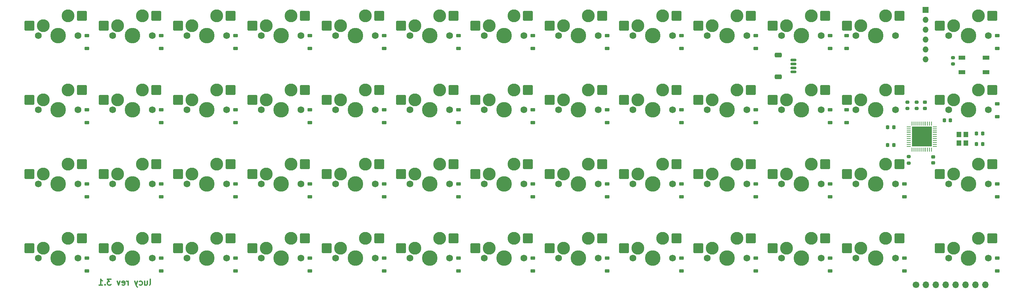
<source format=gbr>
%TF.GenerationSoftware,KiCad,Pcbnew,7.0.1-0*%
%TF.CreationDate,2023-05-19T13:37:57-05:00*%
%TF.ProjectId,pcb,7063622e-6b69-4636-9164-5f7063625858,rev?*%
%TF.SameCoordinates,Original*%
%TF.FileFunction,Soldermask,Bot*%
%TF.FilePolarity,Negative*%
%FSLAX46Y46*%
G04 Gerber Fmt 4.6, Leading zero omitted, Abs format (unit mm)*
G04 Created by KiCad (PCBNEW 7.0.1-0) date 2023-05-19 13:37:57*
%MOMM*%
%LPD*%
G01*
G04 APERTURE LIST*
G04 Aperture macros list*
%AMRoundRect*
0 Rectangle with rounded corners*
0 $1 Rounding radius*
0 $2 $3 $4 $5 $6 $7 $8 $9 X,Y pos of 4 corners*
0 Add a 4 corners polygon primitive as box body*
4,1,4,$2,$3,$4,$5,$6,$7,$8,$9,$2,$3,0*
0 Add four circle primitives for the rounded corners*
1,1,$1+$1,$2,$3*
1,1,$1+$1,$4,$5*
1,1,$1+$1,$6,$7*
1,1,$1+$1,$8,$9*
0 Add four rect primitives between the rounded corners*
20,1,$1+$1,$2,$3,$4,$5,0*
20,1,$1+$1,$4,$5,$6,$7,0*
20,1,$1+$1,$6,$7,$8,$9,0*
20,1,$1+$1,$8,$9,$2,$3,0*%
G04 Aperture macros list end*
%ADD10C,0.300000*%
%ADD11RoundRect,0.062500X-0.062500X0.475000X-0.062500X-0.475000X0.062500X-0.475000X0.062500X0.475000X0*%
%ADD12RoundRect,0.062500X-0.475000X0.062500X-0.475000X-0.062500X0.475000X-0.062500X0.475000X0.062500X0*%
%ADD13R,5.200000X5.200000*%
%ADD14C,1.750000*%
%ADD15C,3.987800*%
%ADD16C,3.300000*%
%ADD17RoundRect,0.250000X1.025000X1.000000X-1.025000X1.000000X-1.025000X-1.000000X1.025000X-1.000000X0*%
%ADD18RoundRect,0.200000X0.275000X-0.200000X0.275000X0.200000X-0.275000X0.200000X-0.275000X-0.200000X0*%
%ADD19RoundRect,0.200000X-0.275000X0.200000X-0.275000X-0.200000X0.275000X-0.200000X0.275000X0.200000X0*%
%ADD20RoundRect,0.225000X-0.225000X-0.250000X0.225000X-0.250000X0.225000X0.250000X-0.225000X0.250000X0*%
%ADD21RoundRect,0.225000X0.250000X-0.225000X0.250000X0.225000X-0.250000X0.225000X-0.250000X-0.225000X0*%
%ADD22RoundRect,0.225000X-0.250000X0.225000X-0.250000X-0.225000X0.250000X-0.225000X0.250000X0.225000X0*%
%ADD23RoundRect,0.225000X0.225000X0.250000X-0.225000X0.250000X-0.225000X-0.250000X0.225000X-0.250000X0*%
%ADD24RoundRect,0.225000X0.375000X-0.225000X0.375000X0.225000X-0.375000X0.225000X-0.375000X-0.225000X0*%
%ADD25R,1.200000X1.400000*%
%ADD26RoundRect,0.150000X0.625000X-0.150000X0.625000X0.150000X-0.625000X0.150000X-0.625000X-0.150000X0*%
%ADD27RoundRect,0.250000X0.650000X-0.350000X0.650000X0.350000X-0.650000X0.350000X-0.650000X-0.350000X0*%
%ADD28C,1.700000*%
%ADD29O,1.700000X1.700000*%
%ADD30O,1.524000X1.524000*%
%ADD31R,1.524000X1.524000*%
%ADD32R,1.800000X1.100000*%
G04 APERTURE END LIST*
D10*
X60352679Y-93843928D02*
X60495536Y-93772500D01*
X60495536Y-93772500D02*
X60566965Y-93629642D01*
X60566965Y-93629642D02*
X60566965Y-92343928D01*
X59138394Y-92843928D02*
X59138394Y-93843928D01*
X59781251Y-92843928D02*
X59781251Y-93629642D01*
X59781251Y-93629642D02*
X59709822Y-93772500D01*
X59709822Y-93772500D02*
X59566965Y-93843928D01*
X59566965Y-93843928D02*
X59352679Y-93843928D01*
X59352679Y-93843928D02*
X59209822Y-93772500D01*
X59209822Y-93772500D02*
X59138394Y-93701071D01*
X57781251Y-93772500D02*
X57924108Y-93843928D01*
X57924108Y-93843928D02*
X58209822Y-93843928D01*
X58209822Y-93843928D02*
X58352679Y-93772500D01*
X58352679Y-93772500D02*
X58424108Y-93701071D01*
X58424108Y-93701071D02*
X58495536Y-93558214D01*
X58495536Y-93558214D02*
X58495536Y-93129642D01*
X58495536Y-93129642D02*
X58424108Y-92986785D01*
X58424108Y-92986785D02*
X58352679Y-92915357D01*
X58352679Y-92915357D02*
X58209822Y-92843928D01*
X58209822Y-92843928D02*
X57924108Y-92843928D01*
X57924108Y-92843928D02*
X57781251Y-92915357D01*
X57281251Y-92843928D02*
X56924108Y-93843928D01*
X56566965Y-92843928D02*
X56924108Y-93843928D01*
X56924108Y-93843928D02*
X57066965Y-94201071D01*
X57066965Y-94201071D02*
X57138394Y-94272500D01*
X57138394Y-94272500D02*
X57281251Y-94343928D01*
X54852680Y-93843928D02*
X54852680Y-92843928D01*
X54852680Y-93129642D02*
X54781251Y-92986785D01*
X54781251Y-92986785D02*
X54709823Y-92915357D01*
X54709823Y-92915357D02*
X54566965Y-92843928D01*
X54566965Y-92843928D02*
X54424108Y-92843928D01*
X53352680Y-93772500D02*
X53495537Y-93843928D01*
X53495537Y-93843928D02*
X53781252Y-93843928D01*
X53781252Y-93843928D02*
X53924109Y-93772500D01*
X53924109Y-93772500D02*
X53995537Y-93629642D01*
X53995537Y-93629642D02*
X53995537Y-93058214D01*
X53995537Y-93058214D02*
X53924109Y-92915357D01*
X53924109Y-92915357D02*
X53781252Y-92843928D01*
X53781252Y-92843928D02*
X53495537Y-92843928D01*
X53495537Y-92843928D02*
X53352680Y-92915357D01*
X53352680Y-92915357D02*
X53281252Y-93058214D01*
X53281252Y-93058214D02*
X53281252Y-93201071D01*
X53281252Y-93201071D02*
X53995537Y-93343928D01*
X52781252Y-92843928D02*
X52424109Y-93843928D01*
X52424109Y-93843928D02*
X52066966Y-92843928D01*
X50495538Y-92343928D02*
X49566966Y-92343928D01*
X49566966Y-92343928D02*
X50066966Y-92915357D01*
X50066966Y-92915357D02*
X49852681Y-92915357D01*
X49852681Y-92915357D02*
X49709824Y-92986785D01*
X49709824Y-92986785D02*
X49638395Y-93058214D01*
X49638395Y-93058214D02*
X49566966Y-93201071D01*
X49566966Y-93201071D02*
X49566966Y-93558214D01*
X49566966Y-93558214D02*
X49638395Y-93701071D01*
X49638395Y-93701071D02*
X49709824Y-93772500D01*
X49709824Y-93772500D02*
X49852681Y-93843928D01*
X49852681Y-93843928D02*
X50281252Y-93843928D01*
X50281252Y-93843928D02*
X50424109Y-93772500D01*
X50424109Y-93772500D02*
X50495538Y-93701071D01*
X48924110Y-93701071D02*
X48852681Y-93772500D01*
X48852681Y-93772500D02*
X48924110Y-93843928D01*
X48924110Y-93843928D02*
X48995538Y-93772500D01*
X48995538Y-93772500D02*
X48924110Y-93701071D01*
X48924110Y-93701071D02*
X48924110Y-93843928D01*
X47424109Y-93843928D02*
X48281252Y-93843928D01*
X47852681Y-93843928D02*
X47852681Y-92343928D01*
X47852681Y-92343928D02*
X47995538Y-92558214D01*
X47995538Y-92558214D02*
X48138395Y-92701071D01*
X48138395Y-92701071D02*
X48281252Y-92772500D01*
D11*
%TO.C,U1*%
X255800000Y-52362500D03*
X256300000Y-52362500D03*
X256800000Y-52362500D03*
X257300000Y-52362500D03*
X257800000Y-52362500D03*
X258300000Y-52362500D03*
X258800000Y-52362500D03*
X259300000Y-52362500D03*
X259800000Y-52362500D03*
X260300000Y-52362500D03*
X260800000Y-52362500D03*
D12*
X261637500Y-53200000D03*
X261637500Y-53700000D03*
X261637500Y-54200000D03*
X261637500Y-54700000D03*
X261637500Y-55200000D03*
X261637500Y-55700000D03*
X261637500Y-56200000D03*
X261637500Y-56700000D03*
X261637500Y-57200000D03*
X261637500Y-57700000D03*
X261637500Y-58200000D03*
D11*
X260800000Y-59037500D03*
X260300000Y-59037500D03*
X259800000Y-59037500D03*
X259300000Y-59037500D03*
X258800000Y-59037500D03*
X258300000Y-59037500D03*
X257800000Y-59037500D03*
X257300000Y-59037500D03*
X256800000Y-59037500D03*
X256300000Y-59037500D03*
X255800000Y-59037500D03*
D12*
X254962500Y-58200000D03*
X254962500Y-57700000D03*
X254962500Y-57200000D03*
X254962500Y-56700000D03*
X254962500Y-56200000D03*
X254962500Y-55700000D03*
X254962500Y-55200000D03*
X254962500Y-54700000D03*
X254962500Y-54200000D03*
X254962500Y-53700000D03*
X254962500Y-53200000D03*
D13*
X258300000Y-55700000D03*
%TD*%
D14*
%TO.C,MX38*%
X251539582Y-67865682D03*
D15*
X246459582Y-67865682D03*
D14*
X241379582Y-67865682D03*
D16*
X242649582Y-65325682D03*
D17*
X239099582Y-65325682D03*
X252549582Y-62785682D03*
D16*
X248999582Y-62785682D03*
%TD*%
D14*
%TO.C,MX25*%
X251539582Y-48815666D03*
D15*
X246459582Y-48815666D03*
D14*
X241379582Y-48815666D03*
D16*
X242649582Y-46275666D03*
D17*
X239099582Y-46275666D03*
X252549582Y-43735666D03*
D16*
X248999582Y-43735666D03*
%TD*%
D18*
%TO.C,RSW1*%
X266250000Y-37075000D03*
X266250000Y-35425000D03*
%TD*%
D19*
%TO.C,R3*%
X257010000Y-46850000D03*
X257010000Y-48500000D03*
%TD*%
D18*
%TO.C,R2*%
X254600000Y-48500000D03*
X254600000Y-46850000D03*
%TD*%
%TO.C,R1*%
X254950000Y-60850000D03*
X254950000Y-62500000D03*
%TD*%
D20*
%TO.C,CX2*%
X272325000Y-57625000D03*
X273875000Y-57625000D03*
%TD*%
%TO.C,CX1*%
X272325000Y-54925000D03*
X273875000Y-54925000D03*
%TD*%
D21*
%TO.C,C5*%
X259125000Y-48450000D03*
X259125000Y-46900000D03*
%TD*%
D20*
%TO.C,C4*%
X264075000Y-51525000D03*
X265625000Y-51525000D03*
%TD*%
D22*
%TO.C,C3*%
X261200000Y-60900000D03*
X261200000Y-62450000D03*
%TD*%
D23*
%TO.C,C2*%
X249550000Y-57900000D03*
X251100000Y-57900000D03*
%TD*%
%TO.C,C1*%
X251100000Y-53325000D03*
X249550000Y-53325000D03*
%TD*%
D24*
%TO.C,D7*%
X158606252Y-33075000D03*
X158606252Y-29775000D03*
%TD*%
%TO.C,D8*%
X177656252Y-33075000D03*
X177656252Y-29775000D03*
%TD*%
%TO.C,D14*%
X44306252Y-52125000D03*
X44306252Y-48825000D03*
%TD*%
D14*
%TO.C,MX42*%
X80089438Y-86915698D03*
D15*
X75009438Y-86915698D03*
D14*
X69929438Y-86915698D03*
D16*
X71199438Y-84375698D03*
D17*
X67649438Y-84375698D03*
X81099438Y-81835698D03*
D16*
X77549438Y-81835698D03*
%TD*%
D24*
%TO.C,D35*%
X196706252Y-71200000D03*
X196706252Y-67900000D03*
%TD*%
%TO.C,D11*%
X234806252Y-33075000D03*
X234806252Y-29775000D03*
%TD*%
D14*
%TO.C,MX9*%
X194389534Y-29765650D03*
D15*
X189309534Y-29765650D03*
D14*
X184229534Y-29765650D03*
D16*
X185499534Y-27225650D03*
D17*
X181949534Y-27225650D03*
X195399534Y-24685650D03*
D16*
X191849534Y-24685650D03*
%TD*%
D14*
%TO.C,MX3*%
X80089438Y-29765650D03*
D15*
X75009438Y-29765650D03*
D14*
X69929438Y-29765650D03*
D16*
X71199438Y-27225650D03*
D17*
X67649438Y-27225650D03*
X81099438Y-24685650D03*
D16*
X77549438Y-24685650D03*
%TD*%
D24*
%TO.C,D39*%
X277668748Y-71200000D03*
X277668748Y-67900000D03*
%TD*%
D14*
%TO.C,MX41*%
X61039422Y-86915698D03*
D15*
X55959422Y-86915698D03*
D14*
X50879422Y-86915698D03*
D16*
X52149422Y-84375698D03*
D17*
X48599422Y-84375698D03*
X62049422Y-81835698D03*
D16*
X58499422Y-81835698D03*
%TD*%
D14*
%TO.C,MX22*%
X194389534Y-48815666D03*
D15*
X189309534Y-48815666D03*
D14*
X184229534Y-48815666D03*
D16*
X185499534Y-46275666D03*
D17*
X181949534Y-46275666D03*
X195399534Y-43735666D03*
D16*
X191849534Y-43735666D03*
%TD*%
D14*
%TO.C,MX49*%
X213439550Y-86915698D03*
D15*
X208359550Y-86915698D03*
D14*
X203279550Y-86915698D03*
D16*
X204549550Y-84375698D03*
D17*
X200999550Y-84375698D03*
X214449550Y-81835698D03*
D16*
X210899550Y-81835698D03*
%TD*%
D24*
%TO.C,D46*%
X158606252Y-90200000D03*
X158606252Y-86900000D03*
%TD*%
%TO.C,D40*%
X44306252Y-90200000D03*
X44306252Y-86900000D03*
%TD*%
D14*
%TO.C,MX10*%
X213439550Y-29765650D03*
D15*
X208359550Y-29765650D03*
D14*
X203279550Y-29765650D03*
D16*
X204549550Y-27225650D03*
D17*
X200999550Y-27225650D03*
X214449550Y-24685650D03*
D16*
X210899550Y-24685650D03*
%TD*%
D24*
%TO.C,D4*%
X101456252Y-33075000D03*
X101456252Y-29775000D03*
%TD*%
D25*
%TO.C,Y1*%
X269550000Y-55200000D03*
X269550000Y-57400000D03*
X267850000Y-57400000D03*
X267850000Y-55200000D03*
%TD*%
D14*
%TO.C,MX19*%
X137239486Y-48815666D03*
D15*
X132159486Y-48815666D03*
D14*
X127079486Y-48815666D03*
D16*
X128349486Y-46275666D03*
D17*
X124799486Y-46275666D03*
X138249486Y-43735666D03*
D16*
X134699486Y-43735666D03*
%TD*%
D24*
%TO.C,D29*%
X82406252Y-71200000D03*
X82406252Y-67900000D03*
%TD*%
D14*
%TO.C,MX21*%
X175339518Y-48815666D03*
D15*
X170259518Y-48815666D03*
D14*
X165179518Y-48815666D03*
D16*
X166449518Y-46275666D03*
D17*
X162899518Y-46275666D03*
X176349518Y-43735666D03*
D16*
X172799518Y-43735666D03*
%TD*%
D24*
%TO.C,D24*%
X234806252Y-52125000D03*
X234806252Y-48825000D03*
%TD*%
%TO.C,D31*%
X120506252Y-71200000D03*
X120506252Y-67900000D03*
%TD*%
%TO.C,D45*%
X139556252Y-90200000D03*
X139556252Y-86900000D03*
%TD*%
%TO.C,D16*%
X82406252Y-52125000D03*
X82406252Y-48825000D03*
%TD*%
%TO.C,D41*%
X63356252Y-90200000D03*
X63356252Y-86900000D03*
%TD*%
D14*
%TO.C,MX16*%
X80089438Y-48815666D03*
D15*
X75009438Y-48815666D03*
D14*
X69929438Y-48815666D03*
D16*
X71199438Y-46275666D03*
D17*
X67649438Y-46275666D03*
X81099438Y-43735666D03*
D16*
X77549438Y-43735666D03*
%TD*%
D24*
%TO.C,D13*%
X277668748Y-33075000D03*
X277668748Y-29775000D03*
%TD*%
D14*
%TO.C,MX32*%
X137239486Y-67865682D03*
D15*
X132159486Y-67865682D03*
D14*
X127079486Y-67865682D03*
D16*
X128349486Y-65325682D03*
D17*
X124799486Y-65325682D03*
X138249486Y-62785682D03*
D16*
X134699486Y-62785682D03*
%TD*%
D24*
%TO.C,D49*%
X215756252Y-90200000D03*
X215756252Y-86900000D03*
%TD*%
D14*
%TO.C,MX8*%
X175339518Y-29765650D03*
D15*
X170259518Y-29765650D03*
D14*
X165179518Y-29765650D03*
D16*
X166449518Y-27225650D03*
D17*
X162899518Y-27225650D03*
X176349518Y-24685650D03*
D16*
X172799518Y-24685650D03*
%TD*%
D24*
%TO.C,D51*%
X253856252Y-90200000D03*
X253856252Y-86900000D03*
%TD*%
%TO.C,D50*%
X234806252Y-90200000D03*
X234806252Y-86900000D03*
%TD*%
%TO.C,D52*%
X277668748Y-90200000D03*
X277668748Y-86900000D03*
%TD*%
D14*
%TO.C,MX33*%
X156289502Y-67865682D03*
D15*
X151209502Y-67865682D03*
D14*
X146129502Y-67865682D03*
D16*
X147399502Y-65325682D03*
D17*
X143849502Y-65325682D03*
X157299502Y-62785682D03*
D16*
X153749502Y-62785682D03*
%TD*%
D24*
%TO.C,D37*%
X234806252Y-71200000D03*
X234806252Y-67900000D03*
%TD*%
%TO.C,D3*%
X82406252Y-33075000D03*
X82406252Y-29775000D03*
%TD*%
D14*
%TO.C,MX37*%
X232489566Y-67865682D03*
D15*
X227409566Y-67865682D03*
D14*
X222329566Y-67865682D03*
D16*
X223599566Y-65325682D03*
D17*
X220049566Y-65325682D03*
X233499566Y-62785682D03*
D16*
X229949566Y-62785682D03*
%TD*%
D24*
%TO.C,D18*%
X120506252Y-52125000D03*
X120506252Y-48825000D03*
%TD*%
%TO.C,D28*%
X63356252Y-71200000D03*
X63356252Y-67900000D03*
%TD*%
D14*
%TO.C,MX34*%
X175339518Y-67865682D03*
D15*
X170259518Y-67865682D03*
D14*
X165179518Y-67865682D03*
D16*
X166449518Y-65325682D03*
D17*
X162899518Y-65325682D03*
X176349518Y-62785682D03*
D16*
X172799518Y-62785682D03*
%TD*%
D14*
%TO.C,MX28*%
X61039422Y-67865682D03*
D15*
X55959422Y-67865682D03*
D14*
X50879422Y-67865682D03*
D16*
X52149422Y-65325682D03*
D17*
X48599422Y-65325682D03*
X62049422Y-62785682D03*
D16*
X58499422Y-62785682D03*
%TD*%
D14*
%TO.C,MX47*%
X175339518Y-86915698D03*
D15*
X170259518Y-86915698D03*
D14*
X165179518Y-86915698D03*
D16*
X166449518Y-84375698D03*
D17*
X162899518Y-84375698D03*
X176349518Y-81835698D03*
D16*
X172799518Y-81835698D03*
%TD*%
D24*
%TO.C,D32*%
X139556252Y-71200000D03*
X139556252Y-67900000D03*
%TD*%
D14*
%TO.C,MX45*%
X137239486Y-86915698D03*
D15*
X132159486Y-86915698D03*
D14*
X127079486Y-86915698D03*
D16*
X128349486Y-84375698D03*
D17*
X124799486Y-84375698D03*
X138249486Y-81835698D03*
D16*
X134699486Y-81835698D03*
%TD*%
D24*
%TO.C,D5*%
X120506252Y-33075000D03*
X120506252Y-29775000D03*
%TD*%
D14*
%TO.C,MX4*%
X99139454Y-29765650D03*
D15*
X94059454Y-29765650D03*
D14*
X88979454Y-29765650D03*
D16*
X90249454Y-27225650D03*
D17*
X86699454Y-27225650D03*
X100149454Y-24685650D03*
D16*
X96599454Y-24685650D03*
%TD*%
D24*
%TO.C,D27*%
X44306252Y-71200000D03*
X44306252Y-67900000D03*
%TD*%
D14*
%TO.C,MX29*%
X80089438Y-67865682D03*
D15*
X75009438Y-67865682D03*
D14*
X69929438Y-67865682D03*
D16*
X71199438Y-65325682D03*
D17*
X67649438Y-65325682D03*
X81099438Y-62785682D03*
D16*
X77549438Y-62785682D03*
%TD*%
D14*
%TO.C,MX7*%
X156289502Y-29765650D03*
D15*
X151209502Y-29765650D03*
D14*
X146129502Y-29765650D03*
D16*
X147399502Y-27225650D03*
D17*
X143849502Y-27225650D03*
X157299502Y-24685650D03*
D16*
X153749502Y-24685650D03*
%TD*%
D24*
%TO.C,D48*%
X196706252Y-90200000D03*
X196706252Y-86900000D03*
%TD*%
%TO.C,D34*%
X177656252Y-71200000D03*
X177656252Y-67900000D03*
%TD*%
D14*
%TO.C,MX18*%
X118189470Y-48815666D03*
D15*
X113109470Y-48815666D03*
D14*
X108029470Y-48815666D03*
D16*
X109299470Y-46275666D03*
D17*
X105749470Y-46275666D03*
X119199470Y-43735666D03*
D16*
X115649470Y-43735666D03*
%TD*%
D24*
%TO.C,D20*%
X158606252Y-52125000D03*
X158606252Y-48825000D03*
%TD*%
D14*
%TO.C,MX39*%
X275352102Y-67865682D03*
D15*
X270272102Y-67865682D03*
D14*
X265192102Y-67865682D03*
D16*
X266462102Y-65325682D03*
D17*
X262912102Y-65325682D03*
X276362102Y-62785682D03*
D16*
X272812102Y-62785682D03*
%TD*%
D26*
%TO.C,J3*%
X225381252Y-39050000D03*
X225381252Y-38050000D03*
X225381252Y-37050000D03*
X225381252Y-36050000D03*
D27*
X221506252Y-40350000D03*
X221506252Y-34750000D03*
%TD*%
D14*
%TO.C,MX24*%
X232489566Y-48815666D03*
D15*
X227409566Y-48815666D03*
D14*
X222329566Y-48815666D03*
D16*
X223599566Y-46275666D03*
D17*
X220049566Y-46275666D03*
X233499566Y-43735666D03*
D16*
X229949566Y-43735666D03*
%TD*%
D24*
%TO.C,D19*%
X139556252Y-52125000D03*
X139556252Y-48825000D03*
%TD*%
D14*
%TO.C,MX43*%
X99139454Y-86915698D03*
D15*
X94059454Y-86915698D03*
D14*
X88979454Y-86915698D03*
D16*
X90249454Y-84375698D03*
D17*
X86699454Y-84375698D03*
X100149454Y-81835698D03*
D16*
X96599454Y-81835698D03*
%TD*%
D14*
%TO.C,MX13*%
X275352102Y-29765650D03*
D15*
X270272102Y-29765650D03*
D14*
X265192102Y-29765650D03*
D16*
X266462102Y-27225650D03*
D17*
X262912102Y-27225650D03*
X276362102Y-24685650D03*
D16*
X272812102Y-24685650D03*
%TD*%
D14*
%TO.C,MX6*%
X137239486Y-29765650D03*
D15*
X132159486Y-29765650D03*
D14*
X127079486Y-29765650D03*
D16*
X128349486Y-27225650D03*
D17*
X124799486Y-27225650D03*
X138249486Y-24685650D03*
D16*
X134699486Y-24685650D03*
%TD*%
D14*
%TO.C,MX36*%
X213439550Y-67865682D03*
D15*
X208359550Y-67865682D03*
D14*
X203279550Y-67865682D03*
D16*
X204549550Y-65325682D03*
D17*
X200999550Y-65325682D03*
X214449550Y-62785682D03*
D16*
X210899550Y-62785682D03*
%TD*%
D28*
%TO.C,J5*%
X256825000Y-93750000D03*
D29*
X259365000Y-93750000D03*
X261905000Y-93750000D03*
X264445000Y-93750000D03*
X266985000Y-93750000D03*
X269525000Y-93750000D03*
X272065000Y-93750000D03*
X274605000Y-93750000D03*
%TD*%
D24*
%TO.C,D6*%
X139556252Y-33075000D03*
X139556252Y-29775000D03*
%TD*%
D14*
%TO.C,MX30*%
X99139454Y-67865682D03*
D15*
X94059454Y-67865682D03*
D14*
X88979454Y-67865682D03*
D16*
X90249454Y-65325682D03*
D17*
X86699454Y-65325682D03*
X100149454Y-62785682D03*
D16*
X96599454Y-62785682D03*
%TD*%
D24*
%TO.C,D12*%
X239050000Y-33075000D03*
X239050000Y-29775000D03*
%TD*%
%TO.C,D30*%
X101456252Y-71200000D03*
X101456252Y-67900000D03*
%TD*%
%TO.C,D2*%
X63351252Y-33075000D03*
X63351252Y-29775000D03*
%TD*%
D14*
%TO.C,MX35*%
X194389534Y-67865682D03*
D15*
X189309534Y-67865682D03*
D14*
X184229534Y-67865682D03*
D16*
X185499534Y-65325682D03*
D17*
X181949534Y-65325682D03*
X195399534Y-62785682D03*
D16*
X191849534Y-62785682D03*
%TD*%
D14*
%TO.C,MX15*%
X61039422Y-48815666D03*
D15*
X55959422Y-48815666D03*
D14*
X50879422Y-48815666D03*
D16*
X52149422Y-46275666D03*
D17*
X48599422Y-46275666D03*
X62049422Y-43735666D03*
D16*
X58499422Y-43735666D03*
%TD*%
D14*
%TO.C,MX48*%
X194389534Y-86915698D03*
D15*
X189309534Y-86915698D03*
D14*
X184229534Y-86915698D03*
D16*
X185499534Y-84375698D03*
D17*
X181949534Y-84375698D03*
X195399534Y-81835698D03*
D16*
X191849534Y-81835698D03*
%TD*%
D24*
%TO.C,D33*%
X158606252Y-71200000D03*
X158606252Y-67900000D03*
%TD*%
D14*
%TO.C,MX31*%
X118189470Y-67865682D03*
D15*
X113109470Y-67865682D03*
D14*
X108029470Y-67865682D03*
D16*
X109299470Y-65325682D03*
D17*
X105749470Y-65325682D03*
X119199470Y-62785682D03*
D16*
X115649470Y-62785682D03*
%TD*%
D24*
%TO.C,D22*%
X196706252Y-52125000D03*
X196706252Y-48825000D03*
%TD*%
D14*
%TO.C,MX17*%
X99139454Y-48815666D03*
D15*
X94059454Y-48815666D03*
D14*
X88979454Y-48815666D03*
D16*
X90249454Y-46275666D03*
D17*
X86699454Y-46275666D03*
X100149454Y-43735666D03*
D16*
X96599454Y-43735666D03*
%TD*%
D24*
%TO.C,D36*%
X215756252Y-71200000D03*
X215756252Y-67900000D03*
%TD*%
D14*
%TO.C,MX51*%
X251539582Y-86915698D03*
D15*
X246459582Y-86915698D03*
D14*
X241379582Y-86915698D03*
D16*
X242649582Y-84375698D03*
D17*
X239099582Y-84375698D03*
X252549582Y-81835698D03*
D16*
X248999582Y-81835698D03*
%TD*%
D14*
%TO.C,MX44*%
X118189470Y-86915698D03*
D15*
X113109470Y-86915698D03*
D14*
X108029470Y-86915698D03*
D16*
X109299470Y-84375698D03*
D17*
X105749470Y-84375698D03*
X119199470Y-81835698D03*
D16*
X115649470Y-81835698D03*
%TD*%
D14*
%TO.C,MX27*%
X41989406Y-67865682D03*
D15*
X36909406Y-67865682D03*
D14*
X31829406Y-67865682D03*
D16*
X33099406Y-65325682D03*
D17*
X29549406Y-65325682D03*
X42999406Y-62785682D03*
D16*
X39449406Y-62785682D03*
%TD*%
D14*
%TO.C,MX40*%
X41989406Y-86915698D03*
D15*
X36909406Y-86915698D03*
D14*
X31829406Y-86915698D03*
D16*
X33099406Y-84375698D03*
D17*
X29549406Y-84375698D03*
X42999406Y-81835698D03*
D16*
X39449406Y-81835698D03*
%TD*%
D14*
%TO.C,MX12*%
X251539582Y-29765650D03*
D15*
X246459582Y-29765650D03*
D14*
X241379582Y-29765650D03*
D16*
X242649582Y-27225650D03*
D17*
X239099582Y-27225650D03*
X252549582Y-24685650D03*
D16*
X248999582Y-24685650D03*
%TD*%
D24*
%TO.C,D43*%
X101456252Y-90200000D03*
X101456252Y-86900000D03*
%TD*%
%TO.C,D47*%
X177656252Y-90200000D03*
X177656252Y-86900000D03*
%TD*%
D14*
%TO.C,MX11*%
X232489566Y-29765650D03*
D15*
X227409566Y-29765650D03*
D14*
X222329566Y-29765650D03*
D16*
X223599566Y-27225650D03*
D17*
X220049566Y-27225650D03*
X233499566Y-24685650D03*
D16*
X229949566Y-24685650D03*
%TD*%
D24*
%TO.C,D9*%
X196706252Y-33075000D03*
X196706252Y-29775000D03*
%TD*%
D14*
%TO.C,MX23*%
X213439550Y-48815666D03*
D15*
X208359550Y-48815666D03*
D14*
X203279550Y-48815666D03*
D16*
X204549550Y-46275666D03*
D17*
X200999550Y-46275666D03*
X214449550Y-43735666D03*
D16*
X210899550Y-43735666D03*
%TD*%
D14*
%TO.C,MX52*%
X275352102Y-86915698D03*
D15*
X270272102Y-86915698D03*
D14*
X265192102Y-86915698D03*
D16*
X266462102Y-84375698D03*
D17*
X262912102Y-84375698D03*
X276362102Y-81835698D03*
D16*
X272812102Y-81835698D03*
%TD*%
D24*
%TO.C,D1*%
X44311252Y-33052500D03*
X44311252Y-29752500D03*
%TD*%
%TO.C,D21*%
X177656252Y-52125000D03*
X177656252Y-48825000D03*
%TD*%
D14*
%TO.C,MX2*%
X61039422Y-29765650D03*
D15*
X55959422Y-29765650D03*
D14*
X50879422Y-29765650D03*
D16*
X52149422Y-27225650D03*
D17*
X48599422Y-27225650D03*
X62049422Y-24685650D03*
D16*
X58499422Y-24685650D03*
%TD*%
D14*
%TO.C,MX50*%
X232489566Y-86915698D03*
D15*
X227409566Y-86915698D03*
D14*
X222329566Y-86915698D03*
D16*
X223599566Y-84375698D03*
D17*
X220049566Y-84375698D03*
X233499566Y-81835698D03*
D16*
X229949566Y-81835698D03*
%TD*%
D24*
%TO.C,D38*%
X253856252Y-71200000D03*
X253856252Y-67900000D03*
%TD*%
D14*
%TO.C,MX20*%
X156289502Y-48815666D03*
D15*
X151209502Y-48815666D03*
D14*
X146129502Y-48815666D03*
D16*
X147399502Y-46275666D03*
D17*
X143849502Y-46275666D03*
X157299502Y-43735666D03*
D16*
X153749502Y-43735666D03*
%TD*%
D14*
%TO.C,MX26*%
X275352102Y-48815666D03*
D15*
X270272102Y-48815666D03*
D14*
X265192102Y-48815666D03*
D16*
X266462102Y-46275666D03*
D17*
X262912102Y-46275666D03*
X276362102Y-43735666D03*
D16*
X272812102Y-43735666D03*
%TD*%
D24*
%TO.C,D15*%
X63356252Y-52125000D03*
X63356252Y-48825000D03*
%TD*%
D14*
%TO.C,MX1*%
X41989406Y-29765650D03*
D15*
X36909406Y-29765650D03*
D14*
X31829406Y-29765650D03*
D16*
X33099406Y-27225650D03*
D17*
X29549406Y-27225650D03*
X42999406Y-24685650D03*
D16*
X39449406Y-24685650D03*
%TD*%
D30*
%TO.C,J2*%
X259225000Y-35850000D03*
X259225000Y-25690000D03*
X259225000Y-30770000D03*
X259225000Y-33310000D03*
X259225000Y-28230000D03*
D31*
X259225000Y-23150000D03*
%TD*%
D32*
%TO.C,SW1*%
X274750000Y-35475000D03*
X268550000Y-39175000D03*
X274750000Y-39175000D03*
X268550000Y-35475000D03*
%TD*%
D24*
%TO.C,D23*%
X215756252Y-52125000D03*
X215756252Y-48825000D03*
%TD*%
%TO.C,D25*%
X239056252Y-52125000D03*
X239056252Y-48825000D03*
%TD*%
%TO.C,D42*%
X82406252Y-90200000D03*
X82406252Y-86900000D03*
%TD*%
%TO.C,D26*%
X277668748Y-50625000D03*
X277668748Y-47325000D03*
%TD*%
%TO.C,D10*%
X215756252Y-33075000D03*
X215756252Y-29775000D03*
%TD*%
D14*
%TO.C,MX5*%
X118189470Y-29765650D03*
D15*
X113109470Y-29765650D03*
D14*
X108029470Y-29765650D03*
D16*
X109299470Y-27225650D03*
D17*
X105749470Y-27225650D03*
X119199470Y-24685650D03*
D16*
X115649470Y-24685650D03*
%TD*%
D24*
%TO.C,D44*%
X120506252Y-90200000D03*
X120506252Y-86900000D03*
%TD*%
%TO.C,D17*%
X101456252Y-52125000D03*
X101456252Y-48825000D03*
%TD*%
D14*
%TO.C,MX46*%
X156289502Y-86915698D03*
D15*
X151209502Y-86915698D03*
D14*
X146129502Y-86915698D03*
D16*
X147399502Y-84375698D03*
D17*
X143849502Y-84375698D03*
X157299502Y-81835698D03*
D16*
X153749502Y-81835698D03*
%TD*%
D14*
%TO.C,MX14*%
X41989406Y-48815666D03*
D15*
X36909406Y-48815666D03*
D14*
X31829406Y-48815666D03*
D16*
X33099406Y-46275666D03*
D17*
X29549406Y-46275666D03*
X42999406Y-43735666D03*
D16*
X39449406Y-43735666D03*
%TD*%
M02*

</source>
